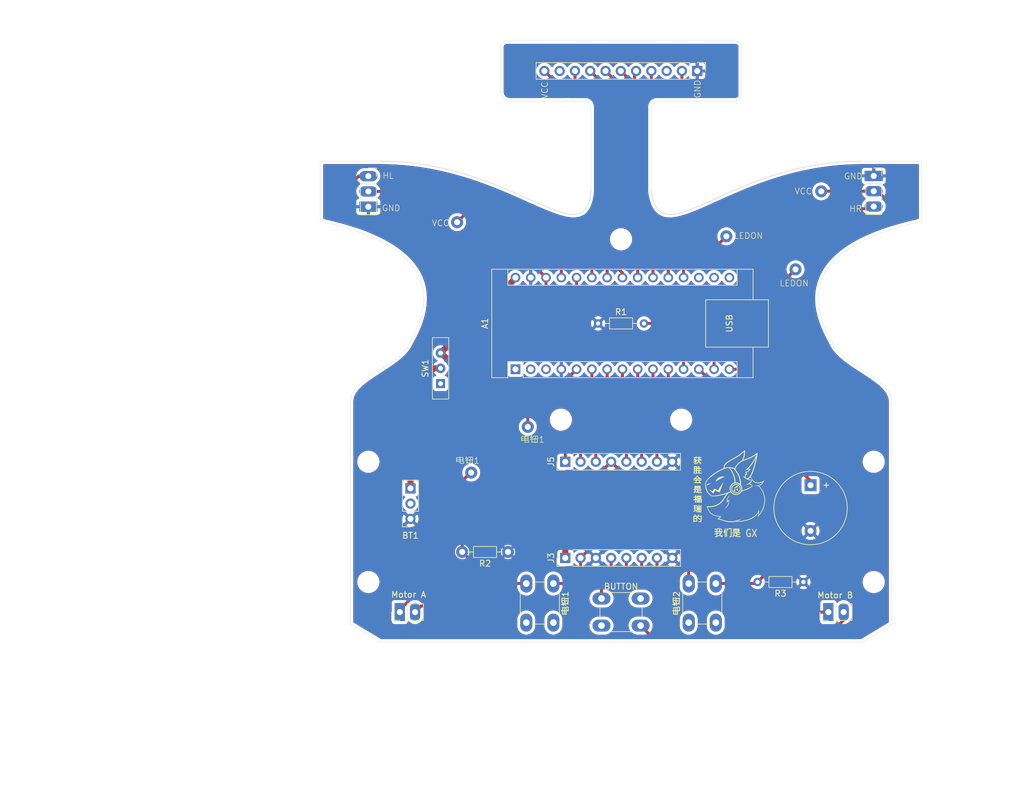
<source format=kicad_pcb>
(kicad_pcb (version 20241229) (generator "pcbnew") (generator_version "9.0")
  (title_block (title "Placa robot velocista grupo 10") (date "2025-11-09") (company "Facultad de Ciencias Físicas y Matemáticas de la Universidad de Chile"))
  (layers (0 "F.Cu" signal) (2 "B.Cu" signal) (13 "F.Paste" user) (15 "B.Paste" user) (5 "F.SilkS" user "F.Silkscreen") (7 "B.SilkS" user "B.Silkscreen") (1 "F.Mask" user) (3 "B.Mask" user) (25 "Edge.Cuts" user))
  (net 0 "")
  (net 3 "D1")
  (net 5 "电钮2")
  (net 6 "GND")
  (net 7 "PWMB")
  (net 8 "D4")
  (net 9 "D2")
  (net 10 "HL")
  (net 11 "电钮1")
  (net 12 "BIN1")
  (net 13 "BUTTON")
  (net 14 "BUZZER")
  (net 15 "AIN2")
  (net 16 "BIN2")
  (net 17 "VCC")
  (net 18 "AIN1")
  (net 20 "D3")
  (net 21 "7.4V")
  (net 22 "LEDON")
  (net 23 "D6")
  (net 25 "PWMA")
  (net 26 "HR")
  (net 27 "D5")
  (net 30 "B01")
  (net 31 "B02")
  (net 32 "A02")
  (net 33 "A01")
  (net 34 "Net-(BT1-+)")
  (footprint "Connector_PinHeader_1.00mm:PinHeader_1x01_P1.00mm_Vertical" (layer "F.Cu") (at 179 88)
    (property "Reference" "REF**" (hide yes))
    (property "Value" "PinHeader_1x01_P1.00mm_Vertical")
    (pad "1" thru_hole circle (at 0 0) (size 2 2) (drill 1) (layers "*.Cu" "*.Mask") (net 22 "LEDON"))
  )
  (footprint "Resistor_THT:R_Axial_DIN0204_L3.6mm_D1.6mm_P7.62mm_Horizontal" (layer "F.Cu") (at 131.21 135 180)
    (property "Reference" "R2" (at 3.81 -1.92 0) (layer "F.SilkS"))
    (property "Value" "10KΩ")
    (pad "1" thru_hole circle (at 0 0 180) (size 2 2) (drill 1) (layers "*.Cu" "*.Mask") (net 6 "GND"))
    (pad "2" thru_hole circle (at 7.62 0 180) (size 2 2) (drill 1) (layers "*.Cu" "*.Mask") (net 11 "电钮1"))
  )
  (footprint "MountingHole:MountingHole_2.7mm" (layer "F.Cu") (at 108 120)
    (property "Reference" "REF**" (hide yes))
    (property "Value" "MountingHole_2.7mm")
    (pad "" np_thru_hole circle (at 0 0) (size 2.7 2.7) (drill 2.7) (layers "*.Cu" "*.Mask"))
  )
  (footprint "Connector_PinHeader_2.54mm:PinHeader_1x02_P2.54mm_Vertical" (layer "F.Cu") (at 113.225 145 90)
    (property "Reference" "Motor A" (at 2.9 1.475 0) (layer "F.SilkS"))
    (property "Value" "Motor_DC")
    (pad "1" thru_hole rect (at 0 0 90) (size 3 1.7) (drill 1) (layers "*.Cu" "*.Mask") (net 33 "A01"))
    (pad "2" thru_hole oval (at 0 2.54 90) (size 3 1.7) (drill 1) (layers "*.Cu" "*.Mask") (net 32 "A02"))
  )
  (footprint "Connector_PinHeader_2.54mm:PinHeader_1x08_P2.54mm_Vertical" (layer "F.Cu") (at 140.73 120 90)
    (property "Reference" "J5" (at 0 -2.38 90) (layer "F.SilkS"))
    (property "Value" "Conn_01x08")
    (pad "1" thru_hole rect (at 0 0 90) (size 1.7 1.7) (drill 1) (layers "*.Cu" "*.Mask") (net 25 "PWMA"))
    (pad "2" thru_hole circle (at 0 2.54 90) (size 1.7 1.7) (drill 1) (layers "*.Cu" "*.Mask") (net 18 "AIN1"))
    (pad "3" thru_hole circle (at 0 5.08 90) (size 1.7 1.7) (drill 1) (layers "*.Cu" "*.Mask") (net 15 "AIN2"))
    (pad "4" thru_hole circle (at 0 7.62 90) (size 1.7 1.7) (drill 1) (layers "*.Cu" "*.Mask") (net 17 "VCC"))
    (pad "5" thru_hole circle (at 0 10.16 90) (size 1.7 1.7) (drill 1) (layers "*.Cu" "*.Mask") (net 12 "BIN1"))
    (pad "6" thru_hole circle (at 0 12.7 90) (size 1.7 1.7) (drill 1) (layers "*.Cu" "*.Mask") (net 16 "BIN2"))
    (pad "7" thru_hole circle (at 0 15.24 90) (size 1.7 1.7) (drill 1) (layers "*.Cu" "*.Mask") (net 7 "PWMB"))
    (pad "8" thru_hole circle (at 0 17.78 90) (size 1.7 1.7) (drill 1) (layers "*.Cu" "*.Mask") (net 6 "GND"))
  )
  (footprint "Connector_PinHeader_2.54mm:PinHeader_1x11_P2.54mm_Vertical" (layer "F.Cu") (at 162.66 55 -90)
    (property "Reference" "GND" (hide yes))
    (property "Value" "LineSensor")
    (pad "1" thru_hole rect (at 0 0 270) (size 1.7 1.7) (drill 1) (layers "*.Cu" "*.Mask") (net 6 "GND"))
    (pad "2" thru_hole circle (at 0 2.54 270) (size 1.7 1.7) (drill 1) (layers "*.Cu" "*.Mask") (net 22 "LEDON"))
    (pad "3" thru_hole circle (at 0 5.08 270) (size 1.7 1.7) (drill 1) (layers "*.Cu" "*.Mask"))
    (pad "4" thru_hole circle (at 0 7.62 270) (size 1.7 1.7) (drill 1) (layers "*.Cu" "*.Mask") (net 3 "D1"))
    (pad "5" thru_hole circle (at 0 10.16 270) (size 1.7 1.7) (drill 1) (layers "*.Cu" "*.Mask") (net 9 "D2"))
    (pad "6" thru_hole circle (at 0 12.7 270) (size 1.7 1.7) (drill 1) (layers "*.Cu" "*.Mask") (net 20 "D3"))
    (pad "7" thru_hole circle (at 0 15.24 270) (size 1.7 1.7) (drill 1) (layers "*.Cu" "*.Mask") (net 8 "D4"))
    (pad "8" thru_hole circle (at 0 17.78 270) (size 1.7 1.7) (drill 1) (layers "*.Cu" "*.Mask") (net 27 "D5"))
    (pad "9" thru_hole circle (at 0 20.32 270) (size 1.7 1.7) (drill 1) (layers "*.Cu" "*.Mask") (net 23 "D6"))
    (pad "10" thru_hole circle (at 0 22.86 270) (size 1.7 1.7) (drill 1) (layers "*.Cu" "*.Mask"))
    (pad "11" thru_hole circle (at 0 25.4 270) (size 1.7 1.7) (drill 1) (layers "*.Cu" "*.Mask") (net 17 "VCC"))
  )
  (footprint "MountingHole:MountingHole_2.7mm" (layer "F.Cu") (at 192 140)
    (property "Reference" "REF**" (hide yes))
    (property "Value" "MountingHole_2.7mm")
    (pad "" np_thru_hole circle (at 0 0) (size 2.7 2.7) (drill 2.7) (layers "*.Cu" "*.Mask"))
  )
  (footprint "MountingHole:MountingHole_2.7mm" (layer "F.Cu") (at 150 83)
    (property "Reference" "REF**" (hide yes))
    (property "Value" "MountingHole_2.7mm")
    (pad "" np_thru_hole circle (at 0 0) (size 2.7 2.7) (drill 2.7) (layers "*.Cu" "*.Mask"))
  )
  (footprint "Resistor_THT:R_Axial_DIN0204_L3.6mm_D1.6mm_P7.62mm_Horizontal" (layer "F.Cu") (at 146.19 97)
    (property "Reference" "R1" (at 3.81 -1.92 0) (layer "F.SilkS"))
    (property "Value" "47KΩ")
    (pad "1" thru_hole circle (at 0 0) (size 1.4 1.4) (drill 0.7) (layers "*.Cu" "*.Mask") (net 6 "GND"))
    (pad "2" thru_hole circle (at 7.62 0) (size 1.4 1.4) (drill 0.7) (layers "*.Cu" "*.Mask") (net 13 "BUTTON"))
  )
  (footprint "Connector_PinSocket_2.54mm:PinSocket_1x03_P2.54mm_Vertical" (layer "F.Cu") (at 115 129.5 180)
    (property "Reference" "BT1" (at 0 -2.77 0) (layer "F.SilkS"))
    (property "Value" "Battery")
    (pad "1" thru_hole rect (at 0 5.08 180) (size 1.7 1.7) (drill 1) (layers "*.Cu" "*.Mask") (net 34 "Net-(BT1-+)"))
    (pad "2" thru_hole circle (at 0 0 180) (size 1.7 1.7) (drill 1) (layers "*.Cu" "*.Mask") (net 6 "GND"))
    (pad "3" thru_hole circle (at 0 2.54 180) (size 1.7 1.7) (drill 1) (layers "*.Cu" "*.Mask"))
  )
  (footprint "Button_Switch_THT:SW_PUSH_6mm_H5mm" (layer "F.Cu") (at 138.75 140.25 -90)
    (property "Reference" "电钮1" (at 3.25 -2 90) (layer "F.SilkS"))
    (property "Value" "SW_Push")
    (pad "1" thru_hole oval (at 0 0) (size 2 3) (drill 1.1) (layers "*.Cu" "*.Mask") (net 17 "VCC"))
    (pad "1" thru_hole oval (at 6.5 0) (size 2 3) (drill 1.1) (layers "*.Cu" "*.Mask") (net 17 "VCC"))
    (pad "2" thru_hole oval (at 0 4.5) (size 2 3) (drill 1.1) (layers "*.Cu" "*.Mask") (net 11 "电钮1"))
    (pad "2" thru_hole oval (at 6.5 4.5) (size 2 3) (drill 1.1) (layers "*.Cu" "*.Mask") (net 11 "电钮1"))
  )
  (footprint "Connector_PinHeader_2.54mm:PinHeader_1x02_P2.54mm_Vertical" (layer "F.Cu") (at 184.46 145 90)
    (property "Reference" "Motor B" (at 2.8 1.14 0) (layer "F.SilkS"))
    (property "Value" "Motor_DC")
    (pad "1" thru_hole rect (at 0 0 90) (size 3 1.7) (drill 1) (layers "*.Cu" "*.Mask") (net 30 "B01"))
    (pad "2" thru_hole oval (at 0 2.54 90) (size 3 1.7) (drill 1) (layers "*.Cu" "*.Mask") (net 31 "B02"))
  )
  (footprint "Button_Switch_THT:SW_PUSH_6mm_H5mm" (layer "F.Cu") (at 146.75 142.75)
    (property "Reference" "BUTTON" (at 3.25 -2 0) (layer "F.SilkS"))
    (property "Value" "SW_Push")
    (pad "1" thru_hole oval (at 0 0 90) (size 2 3) (drill 1.1) (layers "*.Cu" "*.Mask") (net 17 "VCC"))
    (pad "1" thru_hole oval (at 6.5 0 90) (size 2 3) (drill 1.1) (layers "*.Cu" "*.Mask") (net 17 "VCC"))
    (pad "2" thru_hole oval (at 0 4.5 90) (size 2 3) (drill 1.1) (layers "*.Cu" "*.Mask") (net 13 "BUTTON"))
    (pad "2" thru_hole oval (at 6.5 4.5 90) (size 2 3) (drill 1.1) (layers "*.Cu" "*.Mask") (net 13 "BUTTON"))
  )
  (footprint "Connector_PinHeader_1.00mm:PinHeader_1x01_P1.00mm_Vertical" (layer "F.Cu") (at 134.5 114.2)
    (property "Reference" "REF**" (hide yes))
    (property "Value" "PinHeader_1x01_P1.00mm_Vertical")
    (pad "1" thru_hole circle (at 0 0) (size 2 2) (drill 1) (layers "*.Cu" "*.Mask") (net 11 "电钮1"))
  )
  (footprint "MountingHole:MountingHole_2.7mm" (layer "F.Cu") (at 192 120)
    (property "Reference" "REF**" (hide yes))
    (property "Value" "MountingHole_2.7mm")
    (pad "" np_thru_hole circle (at 0 0) (size 2.7 2.7) (drill 2.7) (layers "*.Cu" "*.Mask"))
  )
  (footprint "MountingHole:MountingHole_2.7mm" (layer "F.Cu") (at 160 113)
    (property "Reference" "REF**" (hide yes))
    (property "Value" "MountingHole_2.7mm")
    (pad "" np_thru_hole circle (at 0 0) (size 2.7 2.7) (drill 2.7) (layers "*.Cu" "*.Mask"))
  )
  (footprint "Button_Switch_THT:SW_PUSH_6mm_H5mm" (layer "F.Cu") (at 161.25 146.75 90)
    (property "Reference" "电钮2" (at 3.25 -2 90) (layer "F.SilkS"))
    (property "Value" "SW_Push")
    (pad "1" thru_hole oval (at 0 0 180) (size 2 3) (drill 1.1) (layers "*.Cu" "*.Mask") (net 17 "VCC"))
    (pad "1" thru_hole oval (at 6.5 0 180) (size 2 3) (drill 1.1) (layers "*.Cu" "*.Mask") (net 17 "VCC"))
    (pad "2" thru_hole oval (at 0 4.5 180) (size 2 3) (drill 1.1) (layers "*.Cu" "*.Mask") (net 5 "电钮2"))
    (pad "2" thru_hole oval (at 6.5 4.5 180) (size 2 3) (drill 1.1) (layers "*.Cu" "*.Mask") (net 5 "电钮2"))
  )
  (footprint "Connector_PinHeader_1.00mm:PinHeader_1x01_P1.00mm_Vertical" (layer "F.Cu") (at 183.275 75.025)
    (property "Reference" "REF**" (hide yes))
    (property "Value" "PinHeader_1x01_P1.00mm_Vertical")
    (pad "1" thru_hole circle (at 0 0) (size 2 2) (drill 1) (layers "*.Cu" "*.Mask") (net 17 "VCC"))
  )
  (footprint "Button_Switch_THT:SW_Slide-03_Wuerth-WS-SLTV_10x2.5x6.4_P2.54mm" (layer "F.Cu") (at 120 104.46 90)
    (property "Reference" "SW1" (at 0 -2.54 90) (layer "F.SilkS"))
    (property "Value" "SW_Nidec_CAS-120A1")
    (pad "1" thru_hole rect (at -2.54 0 90) (size 1.5 1.5) (drill 0.8) (layers "*.Cu" "*.Mask"))
    (pad "2" thru_hole circle (at 0 0 90) (size 1.6 1.6) (drill 0.8) (layers "*.Cu" "*.Mask") (net 34 "Net-(BT1-+)"))
    (pad "3" thru_hole circle (at 2.54 0 90) (size 1.6 1.6) (drill 0.8) (layers "*.Cu" "*.Mask") (net 21 "7.4V"))
  )
  (footprint "Buzzer_Beeper:Buzzer_12x9.5RM7.6" (layer "F.Cu") (at 181.5 123.9 -90)
    (property "Reference" "BZ1" (hide yes))
    (property "Value" "Buzzer")
    (fp_text user "+" (at -0.01 -2.54 90) (layer "F.SilkS"))
    (pad "1" thru_hole rect (at 0 0 270) (size 2 2) (drill 1) (layers "*.Cu" "*.Mask") (net 14 "BUZZER"))
    (pad "2" thru_hole circle (at 7.6 0 270) (size 2 2) (drill 1) (layers "*.Cu" "*.Mask") (net 6 "GND"))
  )
  (footprint "Connector_PinSocket_2.54mm:PinSocket_1x03_P2.54mm_Vertical" (layer "F.Cu") (at 192 72.46)
    (property "Reference" "HR1" (hide yes))
    (property "Value" "Conn_01x03_MountingPin")
    (pad "1" thru_hole oval (at 0 5.08) (size 3 1.7) (drill 1) (layers "*.Cu" "*.Mask") (net 26 "HR"))
    (pad "2" thru_hole oval (at 0 2.54) (size 3 1.7) (drill 1) (layers "*.Cu" "*.Mask") (net 17 "VCC"))
    (pad "3" thru_hole rect (at 0 0) (size 3 1.7) (drill 1) (layers "*.Cu" "*.Mask") (net 6 "GND"))
  )
  (footprint "MountingHole:MountingHole_2.7mm" (layer "F.Cu") (at 108 140)
    (property "Reference" "REF**" (hide yes))
    (property "Value" "MountingHole_2.7mm")
    (pad "" np_thru_hole circle (at 0 0) (size 2.7 2.7) (drill 2.7) (layers "*.Cu" "*.Mask"))
  )
  (footprint "Custom:proto" (layer "F.Cu") (at 168.9 124.1)
    (property "Reference" "G***" (hide yes))
    (property "Value" "LOGO" (hide yes))
  )
  (footprint "Connector_PinHeader_2.54mm:PinHeader_1x08_P2.54mm_Vertical" (layer "F.Cu") (at 140.73 136 90)
    (property "Reference" "J3" (at 0 -2.38 90) (layer "F.SilkS"))
    (property "Value" "Conn_01x08")
    (pad "1" thru_hole rect (at 0 0 90) (size 1.7 1.7) (drill 1) (layers "*.Cu" "*.Mask") (net 21 "7.4V"))
    (pad "2" thru_hole circle (at 0 2.54 90) (size 1.7 1.7) (drill 1) (layers "*.Cu" "*.Mask") (net 17 "VCC"))
    (pad "3" thru_hole circle (at 0 5.08 90) (size 1.7 1.7) (drill 1) (layers "*.Cu" "*.Mask") (net 6 "GND"))
    (pad "4" thru_hole circle (at 0 7.62 90) (size 1.7 1.7) (drill 1) (layers "*.Cu" "*.Mask") (net 33 "A01"))
    (pad "5" thru_hole circle (at 0 10.16 90) (size 1.7 1.7) (drill 1) (layers "*.Cu" "*.Mask") (net 32 "A02"))
    (pad "6" thru_hole circle (at 0 12.7 90) (size 1.7 1.7) (drill 1) (layers "*.Cu" "*.Mask") (net 31 "B02"))
    (pad "7" thru_hole circle (at 0 15.24 90) (size 1.7 1.7) (drill 1) (layers "*.Cu" "*.Mask") (net 30 "B01"))
    (pad "8" thru_hole circle (at 0 17.78 90) (size 1.7 1.7) (drill 1) (layers "*.Cu" "*.Mask") (net 6 "GND"))
  )
  (footprint "Module:Arduino_Nano" (layer "F.Cu") (at 132.45 104.61 90)
    (property "Reference" "A1" (at 7.62 -5.08 90) (layer "F.SilkS"))
    (property "Value" "Arduino_Nano_Every")
    (fp_text user "USB" (at 7.62 35.56 90) (layer "F.SilkS"))
    (pad "1" thru_hole rect (at 0 0 90) (size 1.6 1.6) (drill 1) (layers "*.Cu" "*.Mask"))
    (pad "2" thru_hole oval (at 0 2.54 90) (size 1.6 1.6) (drill 1) (layers "*.Cu" "*.Mask"))
    (pad "3" thru_hole oval (at 0 5.08 90) (size 1.6 1.6) (drill 1) (layers "*.Cu" "*.Mask"))
    (pad "4" thru_hole oval (at 0 7.62 90) (size 1.6 1.6) (drill 1) (layers "*.Cu" "*.Mask") (net 6 "GND"))
    (pad "5" thru_hole oval (at 0 10.16 90) (size 1.6 1.6) (drill 1) (layers "*.Cu" "*.Mask") (net 11 "电钮1"))
    (pad "6" thru_hole oval (at 0 12.7 90) (size 1.6 1.6) (drill 1) (layers "*.Cu" "*.Mask") (net 25 "PWMA"))
    (pad "7" thru_hole oval (at 0 15.24 90) (size 1.6 1.6) (drill 1) (layers "*.Cu" "*.Mask") (net 18 "AIN1"))
    (pad "8" thru_hole oval (at 0 17.78 90) (size 1.6 1.6) (drill 1) (layers "*.Cu" "*.Mask") (net 15 "AIN2"))
    (pad "9" thru_hole oval (at 0 20.32 90) (size 1.6 1.6) (drill 1) (layers "*.Cu" "*.Mask") (net 12 "BIN1"))
    (pad "10" thru_hole oval (at 0 22.86 90) (size 1.6 1.6) (drill 1) (layers "*.Cu" "*.Mask") (net 16 "BIN2"))
    (pad "11" thru_hole oval (at 0 25.4 90) (size 1.6 1.6) (drill 1) (layers "*.Cu" "*.Mask") (net 7 "PWMB"))
    (pad "12" thru_hole oval (at 0 27.94 90) (size 1.6 1.6) (drill 1) (layers "*.Cu" "*.Mask") (net 13 "BUTTON"))
    (pad "13" thru_hole oval (at 0 30.48 90) (size 1.6 1.6) (drill 1) (layers "*.Cu" "*.Mask") (net 14 "BUZZER"))
    (pad "14" thru_hole oval (at 0 33.02 90) (size 1.6 1.6) (drill 1) (layers "*.Cu" "*.Mask") (net 22 "LEDON"))
    (pad "15" thru_hole oval (at 0 35.56 90) (size 1.6 1.6) (drill 1) (layers "*.Cu" "*.Mask") (net 5 "电钮2"))
    (pad "16" thru_hole oval (at 15.24 35.56 90) (size 1.6 1.6) (drill 1) (layers "*.Cu" "*.Mask"))
    (pad "17" thru_hole oval (at 15.24 33.02 90) (size 1.6 1.6) (drill 1) (layers "*.Cu" "*.Mask"))
    (pad "18" thru_hole oval (at 15.24 30.48 90) (size 1.6 1.6) (drill 1) (layers "*.Cu" "*.Mask"))
    (pad "19" thru_hole oval (at 15.24 27.94 90) (size 1.6 1.6) (drill 1) (layers "*.Cu" "*.Mask") (net 26 "HR"))
    (pad "20" thru_hole oval (at 15.24 25.4 90) (size 1.6 1.6) (drill 1) (layers "*.Cu" "*.Mask") (net 3 "D1"))
    (pad "21" thru_hole oval (at 15.24 22.86 90) (size 1.6 1.6) (drill 1) (layers "*.Cu" "*.Mask") (net 9 "D2"))
    (pad "22" thru_hole oval (at 15.24 20.32 90) (size 1.6 1.6) (drill 1) (layers "*.Cu" "*.Mask") (net 20 "D3"))
    (pad "23" thru_hole oval (at 15.24 17.78 90) (size 1.6 1.6) (drill 1) (layers "*.Cu" "*.Mask") (net 8 "D4"))
    (pad "24" thru_hole oval (at 15.24 15.24 90) (size 1.6 1.6) (drill 1) (layers "*.Cu" "*.Mask") (net 27 "D5"))
    (pad "25" thru_hole oval (at 15.24 12.7 90) (size 1.6 1.6) (drill 1) (layers "*.Cu" "*.Mask") (net 23 "D6"))
    (pad "26" thru_hole oval (at 15.24 10.16 90) (size 1.6 1.6) (drill 1) (layers "*.Cu" "*.Mask") (net 10 "HL"))
    (pad "27" thru_hole oval (at 15.24 7.62 90) (size 1.6 1.6) (drill 1) (layers "*.Cu" "*.Mask") (net 17 "VCC"))
    (pad "28" thru_hole oval (at 15.24 5.08 90) (size 1.6 1.6) (drill 1) (layers "*.Cu" "*.Mask") (net 10 "HL"))
    (pad "29" thru_hole oval (at 15.24 2.54 90) (size 1.6 1.6) (drill 1) (layers "*.Cu" "*.Mask") (net 6 "GND"))
    (pad "30" thru_hole oval (at 15.24 0 90) (size 1.6 1.6) (drill 1) (layers "*.Cu" "*.Mask") (net 21 "7.4V"))
  )
  (footprint "Connector_PinSocket_2.54mm:PinSocket_1x03_P2.54mm_Vertical" (layer "F.Cu") (at 108 72.5)
    (property "Reference" "HL" (hide yes))
    (property "Value" "Conn_01x03_MountingPin")
    (pad "1" thru_hole oval (at 0 0) (size 3 1.7) (drill 1) (layers "*.Cu" "*.Mask") (net 10 "HL"))
    (pad "2" thru_hole oval (at 0 2.54) (size 3 1.7) (drill 1) (layers "*.Cu" "*.Mask") (net 17 "VCC"))
    (pad "3" thru_hole rect (at 0 5.08) (size 3 1.7) (drill 1) (layers "*.Cu" "*.Mask") (net 6 "GND"))
  )
  (footprint "Connector_PinHeader_1.00mm:PinHeader_1x01_P1.00mm_Vertical" (layer "F.Cu") (at 122.75 80.15)
    (property "Reference" "REF**" (hide yes))
    (property "Value" "PinHeader_1x01_P1.00mm_Vertical")
    (pad "1" thru_hole circle (at 0 0) (size 2 2) (drill 1) (layers "*.Cu" "*.Mask") (net 17 "VCC"))
  )
  (footprint "MountingHole:MountingHole_2.7mm" (layer "F.Cu") (at 140 113)
    (property "Reference" "REF**" (hide yes))
    (property "Value" "MountingHole_2.7mm")
    (pad "" np_thru_hole circle (at 0 0) (size 2.7 2.7) (drill 2.7) (layers "*.Cu" "*.Mask"))
  )
  (footprint "Connector_PinHeader_1.00mm:PinHeader_1x01_P1.00mm_Vertical" (layer "F.Cu") (at 125.1 121.8)
    (property "Reference" "REF**" (hide yes))
    (property "Value" "PinHeader_1x01_P1.00mm_Vertical")
    (pad "1" thru_hole circle (at 0 0) (size 2 2) (drill 1) (layers "*.Cu" "*.Mask") (net 11 "电钮1"))
  )
  (footprint "Connector_PinHeader_1.00mm:PinHeader_1x01_P1.00mm_Vertical" (layer "F.Cu") (at 167.5 82.5)
    (property "Reference" "REF**" (hide yes))
    (property "Value" "PinHeader_1x01_P1.00mm_Vertical")
    (pad "1" thru_hole circle (at 0 0) (size 2 2) (drill 1) (layers "*.Cu" "*.Mask") (net 22 "LEDON"))
  )
  (footprint "Resistor_THT:R_Axial_DIN0204_L3.6mm_D1.6mm_P7.62mm_Horizontal" (layer "F.Cu") (at 180.31 140 180)
    (property "Reference" "R3" (at 3.81 -1.92 0) (layer "F.SilkS"))
    (property "Value" "10KΩ")
    (pad "1" thru_hole circle (at 0 0 180) (size 1.4 1.4) (drill 0.7) (layers "*.Cu" "*.Mask") (net 6 "GND"))
    (pad "2" thru_hole circle (at 7.62 0 180) (size 1.4 1.4) (drill 0.7) (layers "*.Cu" "*.Mask") (net 5 "电钮2"))
  )
  (gr_line (start 123.333998 79.566002) (end 125.190801 77.709199) (stroke (width 0.5)) (layer "F.Cu") (net 17))
  (gr_line (start 155 75) (end 155 61) (stroke (width 0.05)) (layer "Edge.Cuts"))
  (gr_curve (pts (xy 115 100) (xy 123.806302 84.693698) (xy 104 81) (xy 100 80)) (stroke (width 0.05)) (layer "Edge.Cuts"))
  (gr_line (start 130 58.5) (end 130 51) (stroke (width 0.05)) (layer "Edge.Cuts"))
  (gr_curve (pts (xy 110 70) (xy 132 70) (xy 144 86) (xy 145 75)) (stroke (width 0.1)) (layer "Edge.Cuts"))
  (gr_curve (pts (xy 185 100) (xy 176.193698 84.693698) (xy 196 81) (xy 200 80)) (stroke (width 0.05)) (layer "Edge.Cuts"))
  (gr_arc (start 169 50) (mid 169.707107 50.292893) (end 170 51) (stroke (width 0.05)) (layer "Edge.Cuts"))
  (gr_arc (start 155 61) (mid 155.292893 60.292893) (end 156 60) (stroke (width 0.05)) (layer "Edge.Cuts"))
  (gr_line (start 156 60) (end 169 60) (stroke (width 0.05)) (layer "Edge.Cuts"))
  (gr_line (start 105 147) (end 110 150) (stroke (width 0.05)) (layer "Edge.Cuts"))
  (gr_line (start 195 147) (end 195 110) (stroke (width 0.05)) (layer "Edge.Cuts"))
  (gr_line (start 190 70) (end 200 70) (stroke (width 0.05)) (layer "Edge.Cuts"))
  (gr_arc (start 144 60) (mid 144.707107 60.292893) (end 145 61) (stroke (width 0.05)) (layer "Edge.Cuts"))
  (gr_curve (pts (xy 190 70) (xy 168 70) (xy 156.5 86) (xy 155 75)) (stroke (width 0.1)) (layer "Edge.Cuts"))
  (gr_arc (start 131.5 60) (mid 130.43934 59.56066) (end 130 58.5) (stroke (width 0.05)) (layer "Edge.Cuts"))
  (gr_line (start 170 51) (end 170 59) (stroke (width 0.05)) (layer "Edge.Cuts"))
  (gr_line (start 145 75) (end 145 61) (stroke (width 0.05)) (layer "Edge.Cuts"))
  (gr_line (start 100 70) (end 110 70) (stroke (width 0.05)) (layer "Edge.Cuts"))
  (gr_line (start 131 50) (end 169 50) (stroke (width 0.05)) (layer "Edge.Cuts"))
  (gr_line (start 100 70) (end 100 80) (stroke (width 0.05)) (layer "Edge.Cuts"))
  (gr_curve (pts (xy 105 110) (xy 105 106) (xy 113.414203 104.085797) (xy 115 100)) (stroke (width 0.05)) (layer "Edge.Cuts"))
  (gr_line (start 200 80) (end 200 70) (stroke (width 0.05)) (layer "Edge.Cuts"))
  (gr_line (start 190 150) (end 110 150) (stroke (width 0.05)) (layer "Edge.Cuts"))
  (gr_curve (pts (xy 195 110) (xy 195 106) (xy 186.585797 104.085797) (xy 185 100)) (stroke (width 0.05)) (layer "Edge.Cuts"))
  (gr_line (start 131.5 60) (end 144 60) (stroke (width 0.05)) (layer "Edge.Cuts"))
  (gr_arc (start 130 51) (mid 130.292893 50.292893) (end 131 50) (stroke (width 0.05)) (layer "Edge.Cuts"))
  (gr_arc (start 170 59) (mid 169.707107 59.707107) (end 169 60) (stroke (width 0.05)) (layer "Edge.Cuts"))
  (gr_line (start 195 147) (end 190 150) (stroke (width 0.05)) (layer "Edge.Cuts"))
  (gr_line (start 105 147) (end 105 110) (stroke (width 0.05)) (layer "Edge.Cuts"))
  (gr_text "获\n胜\n会\n是\n福\n瑞\n的" (at 161.9 130.1 0) (layer "F.SilkS") (effects (font (size 1 1)) (justify left bottom)))
  (gr_text "电钮1" (at 133.3 116.9 0) (layer "F.SilkS") (effects (font (size 1 1) (thickness 0.1)) (justify left bottom)))
  (gr_text "GND" (at 187 73.1 0) (layer "F.SilkS") (effects (font (size 1 1) (thickness 0.1)) (justify left bottom)))
  (gr_text "LEDON\n" (at 176.3 90.9 0) (layer "F.SilkS") (effects (font (size 1 1) (thickness 0.1)) (justify left bottom)))
  (gr_text "电钮1" (at 122.5 120.4 0) (layer "F.SilkS") (effects (font (size 1 1) (thickness 0.1)) (justify left bottom)))
  (gr_text "我们是 GX " (at 165.4 132.6 0) (layer "F.SilkS") (effects (font (size 1.2 1)) (justify left bottom)))
  (gr_text "GND" (at 163.3 59.6 90) (layer "F.SilkS") (effects (font (size 1 1) (thickness 0.1)) (justify left bottom)))
  (gr_text "HL" (at 110.3 73 0) (layer "F.SilkS") (effects (font (size 1 1) (thickness 0.1)) (justify left bottom)))
  (gr_text "VCC" (at 137.9 59.7 90) (layer "F.SilkS") (effects (font (size 1 1) (thickness 0.1)) (justify left bottom)))
  (gr_text "HR\n" (at 187.9 78.5 0) (layer "F.SilkS") (effects (font (size 1 1) (thickness 0.1)) (justify left bottom)))
  (gr_text "LEDON" (at 168.7 83 0) (layer "F.SilkS") (effects (font (size 1 1) (thickness 0.1)) (justify left bottom)))
  (gr_text "VCC" (at 178.8 75.6 0) (layer "F.SilkS") (effects (font (size 1 1) (thickness 0.1)) (justify left bottom)))
  (gr_text "VCC" (at 118.5 80.885 0) (layer "F.SilkS") (effects (font (size 1 1) (thickness 0.1)) (justify left bottom)))
  (gr_text "GND\n" (at 110.2 78.4 0) (layer "F.SilkS") (effects (font (size 1 1) (thickness 0.1)) (justify left bottom)))
  (segment (start 153.248 59.274298) (end 153.248 77.748) (width 0.5) (layer "F.Cu") (net 3))
  (segment (start 157.85 82.35) (end 157.85 89.37) (width 0.5) (layer "F.Cu") (net 3))
  (segment (start 153.248 77.748) (end 157.85 82.35) (width 0.5) (layer "F.Cu") (net 3))
  (segment (start 155.04 55) (end 155.04 57.482298) (width 0.5) (layer "F.Cu") (net 3))
  (segment (start 155.04 57.482298) (end 153.248 59.274298) (width 0.5) (layer "F.Cu") (net 3))
  (segment (start 169.62 104.61) (end 187.34 122.33) (width 0.5) (layer "F.Cu") (net 5))
  (segment (start 165.75 140.25) (end 172.44 140.25) (width 0.5) (layer "F.Cu") (net 5))
  (segment (start 186.01 136.47) (end 176.22 136.47) (width 0.5) (layer "F.Cu") (net 5))
  (segment (start 187.34 135.14) (end 186.01 136.47) (width 0.5) (layer "F.Cu") (net 5))
  (segment (start 176.22 136.47) (end 172.69 140) (width 0.5) (layer "F.Cu") (net 5))
  (segment (start 168.01 104.61) (end 169.62 104.61) (width 0.5) (layer "F.Cu") (net 5))
  (segment (start 187.34 122.33) (end 187.34 135.14) (width 0.5) (layer "F.Cu") (net 5))
  (segment (start 172.44 140.25) (end 172.69 140) (width 0.5) (layer "F.Cu") (net 5))
  (segment (start 156.5 115.5) (end 155.97 116.03) (width 0.5) (layer "F.Cu") (net 7))
  (segment (start 157.85 106.15) (end 156.5 107.5) (width 0.5) (layer "F.Cu") (net 7))
  (segment (start 157.85 104.61) (end 157.85 106.15) (width 0.5) (layer "F.Cu") (net 7))
  (segment (start 155.97 116.03) (end 155.97 120) (width 0.5) (layer "F.Cu") (net 7))
  (segment (start 156.5 107.5) (end 156.5 115.5) (width 0.5) (layer "F.Cu") (net 7))
  (segment (start 149.003 56.583) (end 149.003 78.912628) (width 0.5) (layer "F.Cu") (net 8))
  (segment (start 147.152 80.763628) (end 147.152 85.5) (width 0.5) (layer "F.Cu") (net 8))
  (segment (start 147.42 55) (end 149.003 56.583) (width 0.5) (layer "F.Cu") (net 8))
  (segment (start 150.23 88.578) (end 150.23 89.37) (width 0.5) (layer "F.Cu") (net 8))
  (segment (start 149.003 78.912628) (end 147.152 80.763628) (width 0.5) (layer "F.Cu") (net 8))
  (segment (start 147.152 85.5) (end 150.23 88.578) (width 0.5) (layer "F.Cu") (net 8))
  (segment (start 152.247 55.253) (end 152.247 78.247) (width 0.5) (layer "F.Cu") (net 9))
  (segment (start 152.247 78.247) (end 155.31 81.31) (width 0.5) (layer "F.Cu") (net 9))
  (segment (start 152.5 55) (end 152.247 55.253) (width 0.5) (layer "F.Cu") (net 9))
  (segment (start 155.31 81.31) (end 155.31 89.37) (width 0.5) (layer "F.Cu") (net 9))
  (segment (start 141.7 91.9) (end 138.2 91.9) (width 0.5) (layer "F.Cu") (net 10))
  (segment (start 142.61 90.99) (end 141.7 91.9) (width 0.5) (layer "F.Cu") (net 10))
  (segment (start 118.3 85.1) (end 114 80.8) (width 0.5) (layer "F.Cu") (net 10))
  (segment (start 106.4 72.5) (end 108 72.5) (width 0.5) (layer "F.Cu") (net 10))
  (segment (start 105.2 78.982) (end 105.2 73.7) (width 0.5) (layer "F.Cu") (net 10))
  (segment (start 105.2 73.7) (end 106.4 72.5) (width 0.5) (layer "F.Cu") (net 10))
  (segment (start 142.61 89.37) (end 142.61 90.99) (width 0.5) (layer "F.Cu") (net 10))
  (segment (start 107.018 80.8) (end 105.2 78.982) (width 0.5) (layer "F.Cu") (net 10))
  (segment (start 137.53 91.23) (end 137.53 89.37) (width 0.5) (layer "F.Cu") (net 10))
  (segment (start 133.26 85.1) (end 118.3 85.1) (width 0.5) (layer "F.Cu") (net 10))
  (segment (start 138.2 91.9) (end 137.53 91.23) (width 0.5) (layer "F.Cu") (net 10))
  (segment (start 114 80.8) (end 107.018 80.8) (width 0.5) (layer "F.Cu") (net 10))
  (segment (start 137.53 89.37) (end 133.26 85.1) (width 0.5) (layer "F.Cu") (net 10))
  (segment (start 142.61 104.61) (end 139.52 107.7) (width 0.5) (layer "F.Cu") (net 11))
  (segment (start 134.5 108.7) (end 134.5 114.3) (width 0.5) (layer "F.Cu") (net 11))
  (segment (start 123.59 123.21) (end 125 121.8) (width 0.5) (layer "F.Cu") (net 11))
  (segment (start 134.25 140.25) (end 128.84 140.25) (width 0.5) (layer "F.Cu") (net 11))
  (segment (start 139.52 107.7) (end 135.5 107.7) (width 0.5) (layer "F.Cu") (net 11))
  (segment (start 123.59 135) (end 123.59 123.21) (width 0.5) (layer "F.Cu") (net 11))
  (segment (start 128.84 140.25) (end 123.59 135) (width 0.5) (layer "F.Cu") (net 11))
  (segment (start 134.5 108.7) (end 135.5 107.7) (width 0.5) (layer "F.Cu") (net 11))
  (segment (start 150.89 120) (end 150.89 113.61) (width 0.5) (layer "F.Cu") (net 12))
  (segment (start 152.77 111.73) (end 152.77 104.61) (width 0.5) (layer "F.Cu") (net 12))
  (segment (start 150.89 113.61) (end 152.77 111.73) (width 0.5) (layer "F.Cu") (net 12))
  (segment (start 188 137) (end 189 136) (width 0.5) (layer "F.Cu") (net 13))
  (segment (start 188 141.5) (end 188 137) (width 0.5) (layer "F.Cu") (net 13))
  (segment (start 178.5 84) (end 165.5 97) (width 0.5) (layer "F.Cu") (net 13))
  (segment (start 153.81 97) (end 165.5 97) (width 0.5) (layer "F.Cu") (net 13))
  (segment (start 189 136) (end 189 121.5) (width 0.5) (layer "F.Cu") (net 13))
  (segment (start 155.001 149.001) (end 187.499 149.001) (width 0.5) (layer "F.Cu") (net 13))
  (segment (start 165.5 97) (end 160.39 102.11) (width 0.5) (layer "F.Cu") (net 13))
  (segment (start 160.39 102.11) (end 160.39 104.61) (width 0.5) (layer "F.Cu") (net 13))
  (segment (start 153.25 147.25) (end 155.001 149.001) (width 0.5) (layer "F.Cu") (net 13))
  (segment (start 187.499 149.001) (end 190 146.5) (width 0.5) (layer "F.Cu") (net 13))
  (segment (start 181.5 114) (end 181.5 85) (width 0.5) (layer "F.Cu") (net 13))
  (segment (start 180.5 84) (end 178.5 84) (width 0.5) (layer "F.Cu") (net 13))
  (segment (start 190 146.5) (end 190 143.5) (width 0.5) (layer "F.Cu") (net 13))
  (segment (start 190 143.5) (end 188 141.5) (width 0.5) (layer "F.Cu") (net 13))
  (segment (start 181.5 85) (end 180.5 84) (width 0.5) (layer "F.Cu") (net 13))
  (segment (start 189 121.5) (end 181.5 114) (width 0.5) (layer "F.Cu") (net 13))
  (segment (start 181.5 123.18) (end 181.5 123.9) (width 0.5) (layer "F.Cu") (net 14))
  (segment (start 162.93 104.61) (end 181.5 123.18) (width 0.5) (layer "F.Cu") (net 14))
  (segment (start 150.23 104.61) (end 150.23 111.77) (width 0.5) (layer "F.Cu") (net 15))
  (segment (start 150.23 111.77) (end 145.81 116.19) (width 0.5) (layer "F.Cu") (net 15))
  (segment (start 145.81 116.19) (end 145.81 120) (width 0.5) (layer "F.Cu") (net 15))
  (segment (start 145.81 120) (end 146.151 119.659) (width 0.5) (layer "F.Cu") (net 15))
  (segment (start 153.43 114.07) (end 155.31 112.19) (width 0.5) (layer "F.Cu") (net 16))
  (segment (start 155.31 112.19) (end 155.31 104.61) (width 0.5) (layer "F.Cu") (net 16))
  (segment (start 153.43 120) (end 153.43 114.07) (width 0.5) (layer "F.Cu") (net 16))
  (segment (start 167 93.8) (end 136 93.8) (width 0.5) (layer "F.Cu") (net 17))
  (segment (start 142.54 138.5) (end 142.77 138.27) (width 0.5) (layer "F.Cu") (net 17))
  (segment (start 143.27 137.77) (end 143.27 136) (width 0.5) (layer "F.Cu") (net 17))
  (segment (start 142.79 138.25) (end 143.75 138.25) (width 0.5) (layer "F.Cu") (net 17))
  (segment (start 140.9 125.5) (end 142.85 125.5) (width 0.5) (layer "F.Cu") (net 17))
  (segment (start 146.75 141.25) (end 144 138.5) (width 0.5) (layer "F.Cu") (net 17))
  (segment (start 146 59.937926) (end 146 77.5) (width 0.5) (layer "F.Cu") (net 17))
  (segment (start 148.47 130.8) (end 151.9 130.8) (width 0.5) (layer "F.Cu") (net 17))
  (segment (start 161.25 132.9) (end 161.25 133.32) (width 0.5) (layer "F.Cu") (net 17))
  (segment (start 131.4 116) (end 140.9 125.5) (width 0.5) (layer "F.Cu") (net 17))
  (segment (start 192.354156 80.1) (end 180.7 80.1) (width 0.5) (layer "F.Cu") (net 17))
  (segment (start 192 75) (end 183 75) (width 0.5) (layer "F.Cu") (net 17))
  (segment (start 128.6 106.6) (end 131.4 109.4) (width 0.5) (layer "F.Cu") (net 17))
  (segment (start 151.9 123.55) (end 161.25 132.9) (width 0.5) (layer "F.Cu") (net 17))
  (segment (start 137.26 55) (end 141.509 59.249) (width 0.5) (layer "F.Cu") (net 17))
  (segment (start 151.9 130.8) (end 151.9 123.55) (width 0.5) (layer "F.Cu") (net 17))
  (segment (start 146.75 142.75) (end 146.75 141.25) (width 0.5) (layer "F.Cu") (net 17))
  (segment (start 180.7 80.1) (end 167 93.8) (width 0.5) (layer "F.Cu") (net 17))
  (segment (start 143.27 136) (end 148.47 130.8) (width 0.5) (layer "F.Cu") (net 17))
  (segment (start 146 77.5) (end 140.07 83.43) (width 0.5) (layer "F.Cu") (net 17))
  (segment (start 194.251 78.203156) (end 192.354156 80.1) (width 0.5) (layer "F.Cu") (net 17))
  (segment (start 134.24 77.6) (end 140.07 83.43) (width 0.5) (layer "F.Cu") (net 17))
  (segment (start 192 75) (end 192.65 75) (width 0.5) (layer "F.Cu") (net 17))
  (segment (start 131.4 109.4) (end 131.4 116) (width 0.5) (layer "F.Cu") (net 17))
  (segment (start 142.54 138.5) (end 140.79 140.25) (width 0.5) (layer "F.Cu") (net 17))
  (segment (start 192.65 75) (end 194.251 76.601) (width 0.5) (layer "F.Cu") (net 17))
  (segment (start 108 75.04) (end 117.54 75.04) (width 0.5) (layer "F.Cu") (net 17))
  (segment (start 142.54 138.5) (end 144 138.5) (width 0.5) (layer "F.Cu") (net 17))
  (segment (start 141.509 59.249) (end 145.311074 59.249) (width 0.5) (layer "F.Cu") (net 17))
  (segment (start 145.311074 59.249) (end 146 59.937926) (width 0.5) (layer "F.Cu") (net 17))
  (segment (start 140.07 83.43) (end 140.07 89.37) (width 0.5) (layer "F.Cu") (net 17))
  (segment (start 144 138.5) (end 143.75 138.25) (width 0.5) (layer "F.Cu") (net 17))
  (segment (start 194.251 76.601) (end 194.251 78.203156) (width 0.5) (layer "F.Cu") (net 17))
  (segment (start 120.1 77.6) (end 134.24 77.6) (width 0.5) (layer "F.Cu") (net 17))
  (segment (start 140.79 140.25) (end 138.75 140.25) (width 0.5) (layer "F.Cu") (net 17))
  (segment (start 148.35 120) (end 151.9 123.55) (width 0.5) (layer "F.Cu") (net 17))
  (segment (start 142.77 138.27) (end 143.27 137.77) (width 0.5) (layer "F.Cu") (net 17))
  (segment (start 117.54 75.04) (end 120.1 77.6) (width 0.5) (layer "F.Cu") (net 17))
  (segment (start 136 93.8) (end 128.6 101.2) (width 0.5) (layer "F.Cu") (net 17))
  (segment (start 142.77 138.27) (end 142.79 138.25) (width 0.5) (layer "F.Cu") (net 17))
  (segment (start 161.25 133.32) (end 161.25 140.25) (width 0.5) (layer "F.Cu") (net 17))
  (segment (start 143.75 138.25) (end 143.27 137.77) (width 0.5) (layer "F.Cu") (net 17))
  (segment (start 142.85 125.5) (end 148.35 120) (width 0.5) (layer "F.Cu") (net 17))
  (segment (start 128.6 101.2) (end 128.6 106.6) (width 0.5) (layer "F.Cu") (net 17))
  (segment (start 143.27 120) (end 143.27 116.73) (width 0.5) (layer "F.Cu") (net 18))
  (segment (start 147.69 112.31) (end 147.69 104.61) (width 0.5) (layer "F.Cu") (net 18))
  (segment (start 143.27 116.73) (end 147.69 112.31) (width 0.5) (layer "F.Cu") (net 18))
  (segment (start 153.5 85.5) (end 152.77 86.23) (width 0.5) (layer "F.Cu") (net 20))
  (segment (start 152.77 86.23) (end 152.77 89.37) (width 0.5) (layer "F.Cu") (net 20))
  (segment (start 150.81 55.85) (end 150.81 78.31) (width 0.5) (layer "F.Cu") (net 20))
  (segment (start 150.81 78.31) (end 153.5 81) (width 0.5) (layer "F.Cu") (net 20))
  (segment (start 153.5 81) (end 153.5 85.5) (width 0.5) (layer "F.Cu") (net 20))
  (segment (start 149.96 55) (end 150.81 55.85) (width 0.5) (layer "F.Cu") (net 20))
  (segment (start 120.12 101.92) (end 128.7 110.5) (width 1) (layer "F.Cu") (net 21))
  (segment (start 120 101.92) (end 120.12 101.92) (width 1) (layer "F.Cu") (net 21))
  (segment (start 140.73 131.33) (end 140.73 136) (width 1) (layer "F.Cu") (net 21))
  (segment (start 128.7 110.5) (end 128.7 119.3) (width 1) (layer "F.Cu") (net 21))
  (segment (start 132.45 89.47) (end 132.45 89.37) (width 1) (layer "F.Cu") (net 21))
  (segment (start 120 101.92) (end 132.45 89.47) (width 1) (layer "F.Cu") (net 21))
  (segment (start 120 101.92) (end 119.993001 101.92) (width 1) (layer "F.Cu") (net 21))
  (segment (start 128.7 119.3) (end 140.73 131.33) (width 1) (layer "F.Cu") (net 21))
  (segment (start 159.5 58.5) (end 155.437926 58.5) (width 0.5) (layer "F.Cu") (net 22))
  (segment (start 160.12 55) (end 160.12 57.88) (width 0.5) (layer "F.Cu") (net 22))
  (segment (start 166 84) (end 167.5 82.5) (width 0.5) (layer "F.Cu") (net 22))
  (segment (start 154.249 59.688926) (end 154.249 77.249) (width 0.5) (layer "F.Cu") (net 22))
  (segment (start 165.47 101.53) (end 179 88) (width 0.5) (layer "F.Cu") (net 22))
  (segment (start 160.12 57.88) (end 159.5 58.5) (width 0.5) (layer "F.Cu") (net 22))
  (segment (start 165.47 104.61) (end 165.47 101.53) (width 0.5) (layer "F.Cu") (net 22))
  (segment (start 161 84) (end 166 84) (width 0.5) (layer "F.Cu") (net 22))
  (segment (start 154.249 77.249) (end 161 84) (width 0.5) (layer "F.Cu") (net 22))
  (segment (start 155.437926 58.5) (end 154.249 59.688926) (width 0.5) (layer "F.Cu") (net 22))
  (segment (start 142.34 57.34) (end 142.34 55) (width 0.5) (layer "F.Cu") (net 23))
  (segment (start 147.001 77.914628) (end 147.001 59.501) (width 0.5) (layer "F.Cu") (net 23))
  (segment (start 145.15 79.765628) (end 147.001 77.914628) (width 0.5) (layer "F.Cu") (net 23))
  (segment (start 143 58) (end 142.34 57.34) (width 0.5) (layer "F.Cu") (net 23))
  (segment (start 145.15 89.37) (end 145.15 79.765628) (width 0.5) (layer "F.Cu") (net 23))
  (segment (start 147.001 59.501) (end 145.5 58) (width 0.5) (layer "F.Cu") (net 23))
  (segment (start 145.5 58) (end 143 58) (width 0.5) (layer "F.Cu") (net 23))
  (segment (start 145.15 112.85) (end 140.73 117.27) (width 0.5) (layer "F.Cu") (net 25))
  (segment (start 140.73 117.27) (end 140.73 120) (width 0.5) (layer "F.Cu") (net 25))
  (segment (start 145.15 104.61) (end 145.15 112.85) (width 0.5) (layer "F.Cu") (net 25))
  (segment (start 181.085 77.915) (end 192.025 77.915) (width 0.5) (layer "F.Cu") (net 26))
  (segment (start 173 86) (end 181.085 77.915) (width 0.5) (layer "F.Cu") (net 26))
  (segment (start 173 86) (end 162 86) (width 0.5) (layer "F.Cu") (net 26))
  (segment (start 162 86) (end 160.39 87.61) (width 0.5) (layer "F.Cu") (net 26))
  (segment (start 160.39 87.61) (end 160.39 89.37) (width 0.5) (layer "F.Cu") (net 26))
  (segment (start 146.151 86.151) (end 147.69 87.69) (width 0.5) (layer "F.Cu") (net 27))
  (segment (start 147.69 87.69) (end 147.69 89.37) (width 0.5) (layer "F.Cu") (net 27))
  (segment (start 146.151 80.349) (end 146.151 86.151) (width 0.5) (layer "F.Cu") (net 27))
  (segment (start 148.002 58.122) (end 148.002 78.498) (width 0.5) (layer "F.Cu") (net 27))
  (segment (start 148.002 78.498) (end 146.151 80.349) (width 0.5) (layer "F.Cu") (net 27))
  (segment (start 144.88 55) (end 148.002 58.122) (width 0.5) (layer "F.Cu") (net 27))
  (segment (start 176.758 143.498) (end 178.26 145) (width 0.5) (layer "F.Cu") (net 30))
  (segment (start 155.97 136) (end 155.97 138.446288) (width 0.5) (layer "F.Cu") (net 30))
  (segment (start 178.26 145) (end 184.46 145) (width 0.5) (layer "F.Cu") (net 30))
  (segment (start 161.021712 143.498) (end 176.758 143.498) (width 0.5) (layer "F.Cu") (net 30))
  (segment (start 155.97 138.446288) (end 161.021712 143.498) (width 0.5) (layer "F.Cu") (net 30))
  (segment (start 153.43 136) (end 153.43 137.321916) (width 0.5) (layer "F.Cu") (net 31))
  (segment (start 160.607084 144.499) (end 173.509 144.499) (width 0.5) (layer "F.Cu") (net 31))
  (segment (start 173.509 144.499) (end 176.261 147.251) (width 0.5) (layer "F.Cu") (net 31))
  (segment (start 187 146.312) (end 187 145) (width 0.5) (layer "F.Cu") (net 31))
  (segment (start 186.061 147.251) (end 187 146.312) (width 0.5) (layer "F.Cu") (net 31))
  (segment (start 153.43 137.321916) (end 160.607084 144.499) (width 0.5) (layer "F.Cu") (net 31))
  (segment (start 176.261 147.251) (end 186.061 147.251) (width 0.5) (layer "F.Cu") (net 31))
  (segment (start 150.89 136) (end 150.89 146.086288) (width 0.5) (layer "F.Cu") (net 32))
  (segment (start 140.5 144) (end 116.765 144) (width 0.5) (layer "F.Cu") (net 32))
  (segment (start 147.975288 149.001) (end 145.501 149.001) (width 0.5) (layer "F.Cu") (net 32))
  (segment (start 150.89 146.086288) (end 147.975288 149.001) (width 0.5) (layer "F.Cu") (net 32))
  (segment (start 116.765 144) (end 115.765 145) (width 0.5) (layer "F.Cu") (net 32))
  (segment (start 145.501 149.001) (end 140.5 144) (width 0.5) (layer "F.Cu") (net 32))
  (segment (start 149.001 143.475288) (end 147.975288 144.501) (width 0.5) (layer "F.Cu") (net 33))
  (segment (start 115.101844 142.749) (end 113.225 144.625844) (width 0.5) (layer "F.Cu") (net 33))
  (segment (start 113.225 144.625844) (end 113.225 145) (width 0.5) (layer "F.Cu") (net 33))
  (segment (start 147.975288 144.501) (end 145.524712 144.501) (width 0.5) (layer "F.Cu") (net 33))
  (segment (start 145.524712 144.501) (end 143.772712 142.749) (width 0.5) (layer "F.Cu") (net 33))
  (segment (start 148.35 138.25) (end 149.001 138.901) (width 0.5) (layer "F.Cu") (net 33))
  (segment (start 148.35 136) (end 148.35 138.25) (width 0.5) (layer "F.Cu") (net 33))
  (segment (start 143.772712 142.749) (end 115.101844 142.749) (width 0.5) (layer "F.Cu") (net 33))
  (segment (start 149.001 138.901) (end 149.001 143.475288) (width 0.5) (layer "F.Cu") (net 33))
  (segment (start 118.86863 104.46) (end 120 104.46) (width 1) (layer "F.Cu") (net 34))
  (segment (start 115 108.32863) (end 118.86863 104.46) (width 1) (layer "F.Cu") (net 34))
  (segment (start 115 124.42) (end 115 108.32863) (width 1) (layer "F.Cu") (net 34))
  (zone (net 6) (net_name "GND") (layer "F.Cu") (priority 1) (connect_pads (clearance 0.5)) (min_thickness 0.25) (fill yes (thermal_gap 0.5) (thermal_bridge_width 0.5) (island_removal_mode 1) (island_area_min 10))
    (polygon (pts (xy 88 45.7) (xy 217 43.6) (xy 211.8 160.4) (xy 94.6 153.2) (xy 88.3 45.5) (xy 81.1 46.7) (xy 89.3 45.9) (xy 92 56.6) (xy 92.3 53.9)))
  )
  (zone (net 6) (net_name "GND") (layer "B.Cu") (connect_pads (clearance 0.5)) (min_thickness 0.25) (fill yes (thermal_gap 0.5) (thermal_bridge_width 0.5))
    (polygon (pts (xy 96.2 65.1) (xy 99.1 155) (xy 204.4 153.1) (xy 209.5 49.4) (xy 167.2 43.2) (xy 113.2 43.5) (xy 95.9 64.9) (xy 96.7 65.1)))
  )
)
</source>
